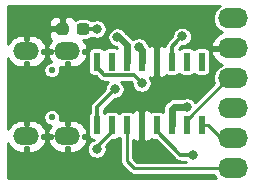
<source format=gbr>
G04 #@! TF.GenerationSoftware,KiCad,Pcbnew,5.1.4+dfsg1-1*
G04 #@! TF.CreationDate,2019-12-13T05:22:48-08:00*
G04 #@! TF.ProjectId,pmod-ftdi,706d6f64-2d66-4746-9469-2e6b69636164,rev?*
G04 #@! TF.SameCoordinates,PX5b906e0PY4a1f960*
G04 #@! TF.FileFunction,Copper,L2,Bot*
G04 #@! TF.FilePolarity,Positive*
%FSLAX46Y46*%
G04 Gerber Fmt 4.6, Leading zero omitted, Abs format (unit mm)*
G04 Created by KiCad (PCBNEW 5.1.4+dfsg1-1) date 2019-12-13 05:22:48*
%MOMM*%
%LPD*%
G04 APERTURE LIST*
%ADD10R,0.600000X1.550000*%
%ADD11C,0.100000*%
%ADD12C,0.950000*%
%ADD13O,2.540000X1.700000*%
%ADD14C,0.550000*%
%ADD15O,2.200000X1.500000*%
%ADD16C,0.800000*%
%ADD17C,0.609600*%
%ADD18C,0.304800*%
%ADD19C,0.250000*%
%ADD20C,0.254000*%
G04 APERTURE END LIST*
D10*
X17018000Y-5301000D03*
X15748000Y-5301000D03*
X14478000Y-5301000D03*
X13208000Y-5301000D03*
X11938000Y-5301000D03*
X10668000Y-5301000D03*
X9398000Y-5301000D03*
X8128000Y-5301000D03*
X8128000Y-10701000D03*
X9398000Y-10701000D03*
X10668000Y-10701000D03*
X11938000Y-10701000D03*
X13208000Y-10701000D03*
X14478000Y-10701000D03*
X15748000Y-10701000D03*
X17018000Y-10701000D03*
D11*
G36*
X7281779Y-2066144D02*
G01*
X7304834Y-2069563D01*
X7327443Y-2075227D01*
X7349387Y-2083079D01*
X7370457Y-2093044D01*
X7390448Y-2105026D01*
X7409168Y-2118910D01*
X7426438Y-2134562D01*
X7442090Y-2151832D01*
X7455974Y-2170552D01*
X7467956Y-2190543D01*
X7477921Y-2211613D01*
X7485773Y-2233557D01*
X7491437Y-2256166D01*
X7494856Y-2279221D01*
X7496000Y-2302500D01*
X7496000Y-2777500D01*
X7494856Y-2800779D01*
X7491437Y-2823834D01*
X7485773Y-2846443D01*
X7477921Y-2868387D01*
X7467956Y-2889457D01*
X7455974Y-2909448D01*
X7442090Y-2928168D01*
X7426438Y-2945438D01*
X7409168Y-2961090D01*
X7390448Y-2974974D01*
X7370457Y-2986956D01*
X7349387Y-2996921D01*
X7327443Y-3004773D01*
X7304834Y-3010437D01*
X7281779Y-3013856D01*
X7258500Y-3015000D01*
X6683500Y-3015000D01*
X6660221Y-3013856D01*
X6637166Y-3010437D01*
X6614557Y-3004773D01*
X6592613Y-2996921D01*
X6571543Y-2986956D01*
X6551552Y-2974974D01*
X6532832Y-2961090D01*
X6515562Y-2945438D01*
X6499910Y-2928168D01*
X6486026Y-2909448D01*
X6474044Y-2889457D01*
X6464079Y-2868387D01*
X6456227Y-2846443D01*
X6450563Y-2823834D01*
X6447144Y-2800779D01*
X6446000Y-2777500D01*
X6446000Y-2302500D01*
X6447144Y-2279221D01*
X6450563Y-2256166D01*
X6456227Y-2233557D01*
X6464079Y-2211613D01*
X6474044Y-2190543D01*
X6486026Y-2170552D01*
X6499910Y-2151832D01*
X6515562Y-2134562D01*
X6532832Y-2118910D01*
X6551552Y-2105026D01*
X6571543Y-2093044D01*
X6592613Y-2083079D01*
X6614557Y-2075227D01*
X6637166Y-2069563D01*
X6660221Y-2066144D01*
X6683500Y-2065000D01*
X7258500Y-2065000D01*
X7281779Y-2066144D01*
X7281779Y-2066144D01*
G37*
D12*
X6971000Y-2540000D03*
D11*
G36*
X5531779Y-2066144D02*
G01*
X5554834Y-2069563D01*
X5577443Y-2075227D01*
X5599387Y-2083079D01*
X5620457Y-2093044D01*
X5640448Y-2105026D01*
X5659168Y-2118910D01*
X5676438Y-2134562D01*
X5692090Y-2151832D01*
X5705974Y-2170552D01*
X5717956Y-2190543D01*
X5727921Y-2211613D01*
X5735773Y-2233557D01*
X5741437Y-2256166D01*
X5744856Y-2279221D01*
X5746000Y-2302500D01*
X5746000Y-2777500D01*
X5744856Y-2800779D01*
X5741437Y-2823834D01*
X5735773Y-2846443D01*
X5727921Y-2868387D01*
X5717956Y-2889457D01*
X5705974Y-2909448D01*
X5692090Y-2928168D01*
X5676438Y-2945438D01*
X5659168Y-2961090D01*
X5640448Y-2974974D01*
X5620457Y-2986956D01*
X5599387Y-2996921D01*
X5577443Y-3004773D01*
X5554834Y-3010437D01*
X5531779Y-3013856D01*
X5508500Y-3015000D01*
X4933500Y-3015000D01*
X4910221Y-3013856D01*
X4887166Y-3010437D01*
X4864557Y-3004773D01*
X4842613Y-2996921D01*
X4821543Y-2986956D01*
X4801552Y-2974974D01*
X4782832Y-2961090D01*
X4765562Y-2945438D01*
X4749910Y-2928168D01*
X4736026Y-2909448D01*
X4724044Y-2889457D01*
X4714079Y-2868387D01*
X4706227Y-2846443D01*
X4700563Y-2823834D01*
X4697144Y-2800779D01*
X4696000Y-2777500D01*
X4696000Y-2302500D01*
X4697144Y-2279221D01*
X4700563Y-2256166D01*
X4706227Y-2233557D01*
X4714079Y-2211613D01*
X4724044Y-2190543D01*
X4736026Y-2170552D01*
X4749910Y-2151832D01*
X4765562Y-2134562D01*
X4782832Y-2118910D01*
X4801552Y-2105026D01*
X4821543Y-2093044D01*
X4842613Y-2083079D01*
X4864557Y-2075227D01*
X4887166Y-2069563D01*
X4910221Y-2066144D01*
X4933500Y-2065000D01*
X5508500Y-2065000D01*
X5531779Y-2066144D01*
X5531779Y-2066144D01*
G37*
D12*
X5221000Y-2540000D03*
D13*
X19666000Y-1651000D03*
X19666000Y-4191000D03*
X19666000Y-6731000D03*
X19666000Y-9271000D03*
X19666000Y-11811000D03*
X19666000Y-14351000D03*
D14*
X4328000Y-6016000D03*
X4328000Y-10016000D03*
D15*
X5648000Y-4416000D03*
X2178000Y-4416000D03*
X5648000Y-11616000D03*
X2178000Y-11616000D03*
D16*
X17145000Y-2730500D03*
X8001000Y-1016000D03*
X1016000Y-8001000D03*
X11684000Y-4064000D03*
X15748000Y-9144000D03*
X9872893Y-3234713D03*
X11938000Y-7112000D03*
X9652000Y-7620000D03*
X8128000Y-2540000D03*
X15362202Y-3170202D03*
X8128000Y-12700000D03*
X16288010Y-13175990D03*
D17*
X11938000Y-4318000D02*
X11684000Y-4064000D01*
X11938000Y-5301000D02*
X11938000Y-4318000D01*
X14478000Y-9316400D02*
X14478000Y-10701000D01*
X14650400Y-9144000D02*
X14478000Y-9316400D01*
X15748000Y-9144000D02*
X14650400Y-9144000D01*
X10668000Y-5301000D02*
X10668000Y-3916400D01*
X9986313Y-3234713D02*
X9872893Y-3234713D01*
X10668000Y-3916400D02*
X9986313Y-3234713D01*
D18*
X8128000Y-5776000D02*
X8128000Y-5301000D01*
X8780401Y-6428401D02*
X8128000Y-5776000D01*
X11254401Y-6428401D02*
X8780401Y-6428401D01*
X11938000Y-7112000D02*
X11254401Y-6428401D01*
X8128000Y-9144000D02*
X8128000Y-10701000D01*
X9652000Y-7620000D02*
X8128000Y-9144000D01*
X8128000Y-2540000D02*
X6971000Y-2540000D01*
X14478000Y-5301000D02*
X14478000Y-4054404D01*
X14962203Y-3570201D02*
X15362202Y-3170202D01*
X14478000Y-4054404D02*
X14962203Y-3570201D01*
D19*
X9398000Y-10701000D02*
X9398000Y-11176000D01*
X8128000Y-12446000D02*
X8128000Y-12700000D01*
X9398000Y-11176000D02*
X8128000Y-12446000D01*
X15748000Y-10226000D02*
X15748000Y-10701000D01*
X19243000Y-6731000D02*
X15748000Y-10226000D01*
X20066000Y-6731000D02*
X19243000Y-6731000D01*
D18*
X13208000Y-11176000D02*
X13208000Y-10701000D01*
X15207990Y-13175990D02*
X13208000Y-11176000D01*
X16288010Y-13175990D02*
X15207990Y-13175990D01*
D19*
X18678000Y-11811000D02*
X20066000Y-11811000D01*
X17568000Y-10701000D02*
X18678000Y-11811000D01*
X17018000Y-10701000D02*
X17568000Y-10701000D01*
X10668000Y-10701000D02*
X10668000Y-13716000D01*
X11303000Y-14351000D02*
X20066000Y-14351000D01*
X10668000Y-13716000D02*
X11303000Y-14351000D01*
D20*
G36*
X18335245Y-740245D02*
G01*
X18175065Y-935424D01*
X18056041Y-1158103D01*
X17982747Y-1399723D01*
X17957998Y-1651000D01*
X17982747Y-1902277D01*
X18056041Y-2143897D01*
X18175065Y-2366576D01*
X18335245Y-2561755D01*
X18530424Y-2721935D01*
X18699277Y-2812189D01*
X18560382Y-2867639D01*
X18315381Y-3026824D01*
X18106143Y-3230748D01*
X17940709Y-3471574D01*
X17825437Y-3740047D01*
X17804524Y-3834110D01*
X17925845Y-4064000D01*
X19539000Y-4064000D01*
X19539000Y-4044000D01*
X19793000Y-4044000D01*
X19793000Y-4064000D01*
X19813000Y-4064000D01*
X19813000Y-4318000D01*
X19793000Y-4318000D01*
X19793000Y-4338000D01*
X19539000Y-4338000D01*
X19539000Y-4318000D01*
X17925845Y-4318000D01*
X17804524Y-4547890D01*
X17825437Y-4641953D01*
X17940709Y-4910426D01*
X18106143Y-5151252D01*
X18315381Y-5355176D01*
X18560382Y-5514361D01*
X18699277Y-5569811D01*
X18530424Y-5660065D01*
X18335245Y-5820245D01*
X18175065Y-6015424D01*
X18056041Y-6238103D01*
X17982747Y-6479723D01*
X17957998Y-6731000D01*
X17982747Y-6982277D01*
X18034309Y-7152257D01*
X16465681Y-8720885D01*
X16394101Y-8613758D01*
X16278242Y-8497899D01*
X16142005Y-8406868D01*
X15990627Y-8344165D01*
X15829925Y-8312200D01*
X15666075Y-8312200D01*
X15505373Y-8344165D01*
X15353995Y-8406868D01*
X15353199Y-8407400D01*
X14686575Y-8407400D01*
X14650399Y-8403837D01*
X14614223Y-8407400D01*
X14614214Y-8407400D01*
X14506001Y-8418058D01*
X14367151Y-8460178D01*
X14239187Y-8528576D01*
X14127025Y-8620625D01*
X14103951Y-8648741D01*
X13982734Y-8769958D01*
X13954625Y-8793026D01*
X13931559Y-8821132D01*
X13931558Y-8821133D01*
X13899043Y-8860753D01*
X13862576Y-8905188D01*
X13794178Y-9033152D01*
X13752058Y-9172002D01*
X13742308Y-9271000D01*
X13737836Y-9316400D01*
X13741400Y-9352584D01*
X13741400Y-9561142D01*
X13674042Y-9525139D01*
X13592648Y-9500448D01*
X13508000Y-9492111D01*
X12908000Y-9492111D01*
X12823352Y-9500448D01*
X12741958Y-9525139D01*
X12733983Y-9529402D01*
X12689185Y-9474815D01*
X12592494Y-9395463D01*
X12482180Y-9336498D01*
X12362482Y-9300188D01*
X12238000Y-9287928D01*
X12223750Y-9291000D01*
X12065000Y-9449750D01*
X12065000Y-10574000D01*
X12085000Y-10574000D01*
X12085000Y-10828000D01*
X12065000Y-10828000D01*
X12065000Y-11952250D01*
X12223750Y-12111000D01*
X12238000Y-12114072D01*
X12362482Y-12101812D01*
X12482180Y-12065502D01*
X12592494Y-12006537D01*
X12689185Y-11927185D01*
X12733983Y-11872598D01*
X12741958Y-11876861D01*
X12823352Y-11901552D01*
X12908000Y-11909889D01*
X13115706Y-11909889D01*
X14774612Y-13568796D01*
X14792900Y-13591080D01*
X14815184Y-13609368D01*
X14815186Y-13609370D01*
X14835177Y-13625775D01*
X14881856Y-13664084D01*
X14978984Y-13716000D01*
X14983345Y-13718331D01*
X15093466Y-13751736D01*
X15103341Y-13752709D01*
X15179298Y-13760190D01*
X15179306Y-13760190D01*
X15207990Y-13763015D01*
X15236674Y-13760190D01*
X15695867Y-13760190D01*
X15729877Y-13794200D01*
X11533634Y-13794200D01*
X11224800Y-13485367D01*
X11224800Y-11958358D01*
X11283506Y-12006537D01*
X11393820Y-12065502D01*
X11513518Y-12101812D01*
X11638000Y-12114072D01*
X11652250Y-12111000D01*
X11811000Y-11952250D01*
X11811000Y-10828000D01*
X11791000Y-10828000D01*
X11791000Y-10574000D01*
X11811000Y-10574000D01*
X11811000Y-9449750D01*
X11652250Y-9291000D01*
X11638000Y-9287928D01*
X11513518Y-9300188D01*
X11393820Y-9336498D01*
X11283506Y-9395463D01*
X11186815Y-9474815D01*
X11142017Y-9529402D01*
X11134042Y-9525139D01*
X11052648Y-9500448D01*
X10968000Y-9492111D01*
X10368000Y-9492111D01*
X10283352Y-9500448D01*
X10201958Y-9525139D01*
X10126944Y-9565234D01*
X10061194Y-9619194D01*
X10033000Y-9653548D01*
X10004806Y-9619194D01*
X9939056Y-9565234D01*
X9864042Y-9525139D01*
X9782648Y-9500448D01*
X9698000Y-9492111D01*
X9098000Y-9492111D01*
X9013352Y-9500448D01*
X8931958Y-9525139D01*
X8856944Y-9565234D01*
X8791194Y-9619194D01*
X8763000Y-9653548D01*
X8734806Y-9619194D01*
X8712200Y-9600642D01*
X8712200Y-9385983D01*
X9646383Y-8451800D01*
X9733925Y-8451800D01*
X9894627Y-8419835D01*
X10046005Y-8357132D01*
X10182242Y-8266101D01*
X10298101Y-8150242D01*
X10389132Y-8014005D01*
X10451835Y-7862627D01*
X10483800Y-7701925D01*
X10483800Y-7538075D01*
X10451835Y-7377373D01*
X10389132Y-7225995D01*
X10298101Y-7089758D01*
X10220944Y-7012601D01*
X11012418Y-7012601D01*
X11106200Y-7106383D01*
X11106200Y-7193925D01*
X11138165Y-7354627D01*
X11200868Y-7506005D01*
X11291899Y-7642242D01*
X11407758Y-7758101D01*
X11543995Y-7849132D01*
X11695373Y-7911835D01*
X11856075Y-7943800D01*
X12019925Y-7943800D01*
X12180627Y-7911835D01*
X12332005Y-7849132D01*
X12468242Y-7758101D01*
X12584101Y-7642242D01*
X12675132Y-7506005D01*
X12737835Y-7354627D01*
X12769800Y-7193925D01*
X12769800Y-7030075D01*
X12737835Y-6869373D01*
X12675132Y-6717995D01*
X12626855Y-6645743D01*
X12663820Y-6665502D01*
X12783518Y-6701812D01*
X12908000Y-6714072D01*
X12922250Y-6711000D01*
X13081000Y-6552250D01*
X13081000Y-5428000D01*
X13061000Y-5428000D01*
X13061000Y-5174000D01*
X13081000Y-5174000D01*
X13081000Y-4049750D01*
X13335000Y-4049750D01*
X13335000Y-5174000D01*
X13355000Y-5174000D01*
X13355000Y-5428000D01*
X13335000Y-5428000D01*
X13335000Y-6552250D01*
X13493750Y-6711000D01*
X13508000Y-6714072D01*
X13632482Y-6701812D01*
X13752180Y-6665502D01*
X13862494Y-6606537D01*
X13959185Y-6527185D01*
X14003983Y-6472598D01*
X14011958Y-6476861D01*
X14093352Y-6501552D01*
X14178000Y-6509889D01*
X14778000Y-6509889D01*
X14862648Y-6501552D01*
X14944042Y-6476861D01*
X15019056Y-6436766D01*
X15084806Y-6382806D01*
X15113000Y-6348452D01*
X15141194Y-6382806D01*
X15206944Y-6436766D01*
X15281958Y-6476861D01*
X15363352Y-6501552D01*
X15448000Y-6509889D01*
X16048000Y-6509889D01*
X16132648Y-6501552D01*
X16214042Y-6476861D01*
X16289056Y-6436766D01*
X16354806Y-6382806D01*
X16383000Y-6348452D01*
X16411194Y-6382806D01*
X16476944Y-6436766D01*
X16551958Y-6476861D01*
X16633352Y-6501552D01*
X16718000Y-6509889D01*
X17318000Y-6509889D01*
X17402648Y-6501552D01*
X17484042Y-6476861D01*
X17559056Y-6436766D01*
X17624806Y-6382806D01*
X17678766Y-6317056D01*
X17718861Y-6242042D01*
X17743552Y-6160648D01*
X17751889Y-6076000D01*
X17751889Y-4526000D01*
X17743552Y-4441352D01*
X17718861Y-4359958D01*
X17678766Y-4284944D01*
X17624806Y-4219194D01*
X17559056Y-4165234D01*
X17484042Y-4125139D01*
X17402648Y-4100448D01*
X17318000Y-4092111D01*
X16718000Y-4092111D01*
X16633352Y-4100448D01*
X16551958Y-4125139D01*
X16476944Y-4165234D01*
X16411194Y-4219194D01*
X16383000Y-4253548D01*
X16354806Y-4219194D01*
X16289056Y-4165234D01*
X16214042Y-4125139D01*
X16132648Y-4100448D01*
X16048000Y-4092111D01*
X15448000Y-4092111D01*
X15363352Y-4100448D01*
X15281958Y-4125139D01*
X15206944Y-4165234D01*
X15141194Y-4219194D01*
X15113000Y-4253548D01*
X15109411Y-4249176D01*
X15356585Y-4002002D01*
X15444127Y-4002002D01*
X15604829Y-3970037D01*
X15756207Y-3907334D01*
X15892444Y-3816303D01*
X16008303Y-3700444D01*
X16099334Y-3564207D01*
X16162037Y-3412829D01*
X16194002Y-3252127D01*
X16194002Y-3088277D01*
X16162037Y-2927575D01*
X16099334Y-2776197D01*
X16008303Y-2639960D01*
X15892444Y-2524101D01*
X15756207Y-2433070D01*
X15604829Y-2370367D01*
X15444127Y-2338402D01*
X15280277Y-2338402D01*
X15119575Y-2370367D01*
X14968197Y-2433070D01*
X14831960Y-2524101D01*
X14716101Y-2639960D01*
X14625070Y-2776197D01*
X14562367Y-2927575D01*
X14530402Y-3088277D01*
X14530402Y-3175819D01*
X14085195Y-3621026D01*
X14062911Y-3639314D01*
X14044623Y-3661598D01*
X14044620Y-3661601D01*
X14023061Y-3687871D01*
X13989907Y-3728270D01*
X13967239Y-3770679D01*
X13935659Y-3829760D01*
X13902254Y-3939881D01*
X13894216Y-4021496D01*
X13862494Y-3995463D01*
X13752180Y-3936498D01*
X13632482Y-3900188D01*
X13508000Y-3887928D01*
X13493750Y-3891000D01*
X13335000Y-4049750D01*
X13081000Y-4049750D01*
X12922250Y-3891000D01*
X12908000Y-3887928D01*
X12783518Y-3900188D01*
X12663820Y-3936498D01*
X12590308Y-3975792D01*
X12553424Y-3906787D01*
X12483998Y-3822191D01*
X12483835Y-3821373D01*
X12421132Y-3669995D01*
X12330101Y-3533758D01*
X12214242Y-3417899D01*
X12078005Y-3326868D01*
X11926627Y-3264165D01*
X11765925Y-3232200D01*
X11602075Y-3232200D01*
X11441373Y-3264165D01*
X11289995Y-3326868D01*
X11191200Y-3392881D01*
X11163269Y-3369959D01*
X10561712Y-2768403D01*
X10518994Y-2704471D01*
X10403135Y-2588612D01*
X10266898Y-2497581D01*
X10115520Y-2434878D01*
X9954818Y-2402913D01*
X9790968Y-2402913D01*
X9630266Y-2434878D01*
X9478888Y-2497581D01*
X9342651Y-2588612D01*
X9226792Y-2704471D01*
X9135761Y-2840708D01*
X9073058Y-2992086D01*
X9041093Y-3152788D01*
X9041093Y-3316638D01*
X9073058Y-3477340D01*
X9135761Y-3628718D01*
X9226792Y-3764955D01*
X9342651Y-3880814D01*
X9478888Y-3971845D01*
X9630266Y-4034548D01*
X9772787Y-4062897D01*
X9822396Y-4112506D01*
X9782648Y-4100448D01*
X9698000Y-4092111D01*
X9098000Y-4092111D01*
X9013352Y-4100448D01*
X8931958Y-4125139D01*
X8856944Y-4165234D01*
X8791194Y-4219194D01*
X8763000Y-4253548D01*
X8734806Y-4219194D01*
X8669056Y-4165234D01*
X8594042Y-4125139D01*
X8512648Y-4100448D01*
X8428000Y-4092111D01*
X7828000Y-4092111D01*
X7743352Y-4100448D01*
X7661958Y-4125139D01*
X7586944Y-4165234D01*
X7521194Y-4219194D01*
X7467234Y-4284944D01*
X7427139Y-4359958D01*
X7402448Y-4441352D01*
X7394111Y-4526000D01*
X7394111Y-6076000D01*
X7402448Y-6160648D01*
X7427139Y-6242042D01*
X7467234Y-6317056D01*
X7521194Y-6382806D01*
X7586944Y-6436766D01*
X7661958Y-6476861D01*
X7743352Y-6501552D01*
X7828000Y-6509889D01*
X8035706Y-6509889D01*
X8347019Y-6821202D01*
X8365311Y-6843491D01*
X8454267Y-6916495D01*
X8555756Y-6970742D01*
X8665878Y-7004147D01*
X8751709Y-7012601D01*
X8751718Y-7012601D01*
X8780400Y-7015426D01*
X8809082Y-7012601D01*
X9083056Y-7012601D01*
X9005899Y-7089758D01*
X8914868Y-7225995D01*
X8852165Y-7377373D01*
X8820200Y-7538075D01*
X8820200Y-7625617D01*
X7735199Y-8710618D01*
X7712910Y-8728910D01*
X7639906Y-8817867D01*
X7585659Y-8919356D01*
X7552254Y-9029478D01*
X7543800Y-9115309D01*
X7543800Y-9115316D01*
X7540975Y-9144000D01*
X7543800Y-9172684D01*
X7543800Y-9600641D01*
X7521194Y-9619194D01*
X7467234Y-9684944D01*
X7427139Y-9759958D01*
X7402448Y-9841352D01*
X7394111Y-9926000D01*
X7394111Y-11476000D01*
X7402448Y-11560648D01*
X7427139Y-11642042D01*
X7467234Y-11717056D01*
X7521194Y-11782806D01*
X7586944Y-11836766D01*
X7661958Y-11876861D01*
X7743352Y-11901552D01*
X7828000Y-11909889D01*
X7861897Y-11909889D01*
X7733995Y-11962868D01*
X7597758Y-12053899D01*
X7481899Y-12169758D01*
X7390868Y-12305995D01*
X7328165Y-12457373D01*
X7296200Y-12618075D01*
X7296200Y-12781925D01*
X7328165Y-12942627D01*
X7390868Y-13094005D01*
X7481899Y-13230242D01*
X7597758Y-13346101D01*
X7733995Y-13437132D01*
X7885373Y-13499835D01*
X8046075Y-13531800D01*
X8209925Y-13531800D01*
X8370627Y-13499835D01*
X8522005Y-13437132D01*
X8658242Y-13346101D01*
X8774101Y-13230242D01*
X8865132Y-13094005D01*
X8927835Y-12942627D01*
X8959800Y-12781925D01*
X8959800Y-12618075D01*
X8927835Y-12457373D01*
X8920872Y-12440562D01*
X9451545Y-11909889D01*
X9698000Y-11909889D01*
X9782648Y-11901552D01*
X9864042Y-11876861D01*
X9939056Y-11836766D01*
X10004806Y-11782806D01*
X10033000Y-11748452D01*
X10061194Y-11782806D01*
X10111200Y-11823845D01*
X10111201Y-13688646D01*
X10108507Y-13716000D01*
X10119257Y-13825151D01*
X10151096Y-13930109D01*
X10192618Y-14007790D01*
X10202799Y-14026838D01*
X10272379Y-14111622D01*
X10293625Y-14129058D01*
X10889942Y-14725375D01*
X10907378Y-14746622D01*
X10928623Y-14764057D01*
X10992162Y-14816202D01*
X11088891Y-14867905D01*
X11193848Y-14899743D01*
X11303000Y-14910494D01*
X11330351Y-14907800D01*
X18090198Y-14907800D01*
X18175065Y-15066576D01*
X18256825Y-15166200D01*
X581800Y-15166200D01*
X581800Y-12222875D01*
X605858Y-12279868D01*
X758855Y-12505540D01*
X952939Y-12697028D01*
X1180651Y-12846972D01*
X1433240Y-12949611D01*
X1701000Y-13001000D01*
X2051000Y-13001000D01*
X2051000Y-12547800D01*
X2305000Y-12547800D01*
X2305000Y-13001000D01*
X2655000Y-13001000D01*
X2922760Y-12949611D01*
X3175349Y-12846972D01*
X3403061Y-12697028D01*
X3597145Y-12505540D01*
X3750142Y-12279868D01*
X3856173Y-12028684D01*
X3870318Y-11957185D01*
X3747656Y-11743000D01*
X3480149Y-11743000D01*
X3480527Y-11739148D01*
X3487602Y-11661403D01*
X3487265Y-11613201D01*
X3487601Y-11565009D01*
X3486877Y-11557620D01*
X3479665Y-11489000D01*
X3747656Y-11489000D01*
X3870318Y-11274815D01*
X3856173Y-11203316D01*
X3750142Y-10952132D01*
X3597145Y-10726460D01*
X3403061Y-10534972D01*
X3175349Y-10385028D01*
X2922760Y-10282389D01*
X2655000Y-10231000D01*
X2305000Y-10231000D01*
X2305000Y-10684200D01*
X2051000Y-10684200D01*
X2051000Y-10231000D01*
X1701000Y-10231000D01*
X1433240Y-10282389D01*
X1180651Y-10385028D01*
X952939Y-10534972D01*
X758855Y-10726460D01*
X605858Y-10952132D01*
X581800Y-11009125D01*
X581800Y-9946386D01*
X3621200Y-9946386D01*
X3621200Y-10085614D01*
X3648362Y-10222166D01*
X3701642Y-10350795D01*
X3778993Y-10466559D01*
X3877441Y-10565007D01*
X3993205Y-10642358D01*
X4121834Y-10695638D01*
X4236897Y-10718526D01*
X4228855Y-10726460D01*
X4075858Y-10952132D01*
X3969827Y-11203316D01*
X3955682Y-11274815D01*
X4078344Y-11489000D01*
X4345851Y-11489000D01*
X4345473Y-11492852D01*
X4338398Y-11570598D01*
X4338735Y-11618800D01*
X4338399Y-11666991D01*
X4339123Y-11674381D01*
X4346335Y-11743000D01*
X4078344Y-11743000D01*
X3955682Y-11957185D01*
X3969827Y-12028684D01*
X4075858Y-12279868D01*
X4228855Y-12505540D01*
X4422939Y-12697028D01*
X4650651Y-12846972D01*
X4903240Y-12949611D01*
X5171000Y-13001000D01*
X5521000Y-13001000D01*
X5521000Y-12547800D01*
X5775000Y-12547800D01*
X5775000Y-13001000D01*
X6125000Y-13001000D01*
X6392760Y-12949611D01*
X6645349Y-12846972D01*
X6873061Y-12697028D01*
X7067145Y-12505540D01*
X7220142Y-12279868D01*
X7326173Y-12028684D01*
X7340318Y-11957185D01*
X7217656Y-11743000D01*
X6950149Y-11743000D01*
X6950527Y-11739148D01*
X6957602Y-11661403D01*
X6957265Y-11613201D01*
X6957601Y-11565009D01*
X6956877Y-11557620D01*
X6949665Y-11489000D01*
X7217656Y-11489000D01*
X7340318Y-11274815D01*
X7326173Y-11203316D01*
X7220142Y-10952132D01*
X7067145Y-10726460D01*
X6873061Y-10534972D01*
X6645349Y-10385028D01*
X6392760Y-10282389D01*
X6125000Y-10231000D01*
X5775000Y-10231000D01*
X5775000Y-10684200D01*
X5521000Y-10684200D01*
X5521000Y-10231000D01*
X5171000Y-10231000D01*
X4989554Y-10265823D01*
X5007638Y-10222166D01*
X5034800Y-10085614D01*
X5034800Y-9946386D01*
X5007638Y-9809834D01*
X4954358Y-9681205D01*
X4877007Y-9565441D01*
X4778559Y-9466993D01*
X4662795Y-9389642D01*
X4534166Y-9336362D01*
X4397614Y-9309200D01*
X4258386Y-9309200D01*
X4121834Y-9336362D01*
X3993205Y-9389642D01*
X3877441Y-9466993D01*
X3778993Y-9565441D01*
X3701642Y-9681205D01*
X3648362Y-9809834D01*
X3621200Y-9946386D01*
X581800Y-9946386D01*
X581800Y-5946386D01*
X3621200Y-5946386D01*
X3621200Y-6085614D01*
X3648362Y-6222166D01*
X3701642Y-6350795D01*
X3778993Y-6466559D01*
X3877441Y-6565007D01*
X3993205Y-6642358D01*
X4121834Y-6695638D01*
X4258386Y-6722800D01*
X4397614Y-6722800D01*
X4534166Y-6695638D01*
X4662795Y-6642358D01*
X4778559Y-6565007D01*
X4877007Y-6466559D01*
X4954358Y-6350795D01*
X5007638Y-6222166D01*
X5034800Y-6085614D01*
X5034800Y-5946386D01*
X5007638Y-5809834D01*
X4989554Y-5766177D01*
X5171000Y-5801000D01*
X5521000Y-5801000D01*
X5521000Y-5347800D01*
X5775000Y-5347800D01*
X5775000Y-5801000D01*
X6125000Y-5801000D01*
X6392760Y-5749611D01*
X6645349Y-5646972D01*
X6873061Y-5497028D01*
X7067145Y-5305540D01*
X7220142Y-5079868D01*
X7326173Y-4828684D01*
X7340318Y-4757185D01*
X7217656Y-4543000D01*
X6950149Y-4543000D01*
X6950527Y-4539148D01*
X6957602Y-4461403D01*
X6957265Y-4413201D01*
X6957601Y-4365009D01*
X6956877Y-4357620D01*
X6949665Y-4289000D01*
X7217656Y-4289000D01*
X7340318Y-4074815D01*
X7326173Y-4003316D01*
X7220142Y-3752132D01*
X7067145Y-3526460D01*
X6988522Y-3448889D01*
X7258500Y-3448889D01*
X7389481Y-3435988D01*
X7515429Y-3397783D01*
X7631504Y-3335740D01*
X7716865Y-3265686D01*
X7733995Y-3277132D01*
X7885373Y-3339835D01*
X8046075Y-3371800D01*
X8209925Y-3371800D01*
X8370627Y-3339835D01*
X8522005Y-3277132D01*
X8658242Y-3186101D01*
X8774101Y-3070242D01*
X8865132Y-2934005D01*
X8927835Y-2782627D01*
X8959800Y-2621925D01*
X8959800Y-2458075D01*
X8927835Y-2297373D01*
X8865132Y-2145995D01*
X8774101Y-2009758D01*
X8658242Y-1893899D01*
X8522005Y-1802868D01*
X8370627Y-1740165D01*
X8209925Y-1708200D01*
X8046075Y-1708200D01*
X7885373Y-1740165D01*
X7733995Y-1802868D01*
X7716865Y-1814314D01*
X7631504Y-1744260D01*
X7515429Y-1682217D01*
X7389481Y-1644012D01*
X7258500Y-1631111D01*
X6683500Y-1631111D01*
X6552519Y-1644012D01*
X6426571Y-1682217D01*
X6310496Y-1744260D01*
X6299432Y-1753340D01*
X6276537Y-1710506D01*
X6197185Y-1613815D01*
X6100494Y-1534463D01*
X5990180Y-1475498D01*
X5870482Y-1439188D01*
X5746000Y-1426928D01*
X5506750Y-1430000D01*
X5348000Y-1588750D01*
X5348000Y-2413000D01*
X5368000Y-2413000D01*
X5368000Y-2667000D01*
X5348000Y-2667000D01*
X5348000Y-2687000D01*
X5094000Y-2687000D01*
X5094000Y-2667000D01*
X4219750Y-2667000D01*
X4061000Y-2825750D01*
X4057928Y-3015000D01*
X4070188Y-3139482D01*
X4106498Y-3259180D01*
X4165463Y-3369494D01*
X4244815Y-3466185D01*
X4269453Y-3486405D01*
X4228855Y-3526460D01*
X4075858Y-3752132D01*
X3969827Y-4003316D01*
X3955682Y-4074815D01*
X4078344Y-4289000D01*
X4345851Y-4289000D01*
X4345473Y-4292852D01*
X4338398Y-4370598D01*
X4338735Y-4418800D01*
X4338399Y-4466991D01*
X4339123Y-4474381D01*
X4346335Y-4543000D01*
X4078344Y-4543000D01*
X3955682Y-4757185D01*
X3969827Y-4828684D01*
X4075858Y-5079868D01*
X4228855Y-5305540D01*
X4236897Y-5313474D01*
X4121834Y-5336362D01*
X3993205Y-5389642D01*
X3877441Y-5466993D01*
X3778993Y-5565441D01*
X3701642Y-5681205D01*
X3648362Y-5809834D01*
X3621200Y-5946386D01*
X581800Y-5946386D01*
X581800Y-5022875D01*
X605858Y-5079868D01*
X758855Y-5305540D01*
X952939Y-5497028D01*
X1180651Y-5646972D01*
X1433240Y-5749611D01*
X1701000Y-5801000D01*
X2051000Y-5801000D01*
X2051000Y-5347800D01*
X2305000Y-5347800D01*
X2305000Y-5801000D01*
X2655000Y-5801000D01*
X2922760Y-5749611D01*
X3175349Y-5646972D01*
X3403061Y-5497028D01*
X3597145Y-5305540D01*
X3750142Y-5079868D01*
X3856173Y-4828684D01*
X3870318Y-4757185D01*
X3747656Y-4543000D01*
X3480149Y-4543000D01*
X3480527Y-4539148D01*
X3487602Y-4461403D01*
X3487265Y-4413201D01*
X3487601Y-4365009D01*
X3486877Y-4357620D01*
X3479665Y-4289000D01*
X3747656Y-4289000D01*
X3870318Y-4074815D01*
X3856173Y-4003316D01*
X3750142Y-3752132D01*
X3597145Y-3526460D01*
X3403061Y-3334972D01*
X3175349Y-3185028D01*
X2922760Y-3082389D01*
X2655000Y-3031000D01*
X2305000Y-3031000D01*
X2305000Y-3484200D01*
X2051000Y-3484200D01*
X2051000Y-3031000D01*
X1701000Y-3031000D01*
X1433240Y-3082389D01*
X1180651Y-3185028D01*
X952939Y-3334972D01*
X758855Y-3526460D01*
X605858Y-3752132D01*
X581800Y-3809125D01*
X581800Y-2065000D01*
X4057928Y-2065000D01*
X4061000Y-2254250D01*
X4219750Y-2413000D01*
X5094000Y-2413000D01*
X5094000Y-1588750D01*
X4935250Y-1430000D01*
X4696000Y-1426928D01*
X4571518Y-1439188D01*
X4451820Y-1475498D01*
X4341506Y-1534463D01*
X4244815Y-1613815D01*
X4165463Y-1710506D01*
X4106498Y-1820820D01*
X4070188Y-1940518D01*
X4057928Y-2065000D01*
X581800Y-2065000D01*
X581800Y-581800D01*
X18528310Y-581800D01*
X18335245Y-740245D01*
X18335245Y-740245D01*
G37*
X18335245Y-740245D02*
X18175065Y-935424D01*
X18056041Y-1158103D01*
X17982747Y-1399723D01*
X17957998Y-1651000D01*
X17982747Y-1902277D01*
X18056041Y-2143897D01*
X18175065Y-2366576D01*
X18335245Y-2561755D01*
X18530424Y-2721935D01*
X18699277Y-2812189D01*
X18560382Y-2867639D01*
X18315381Y-3026824D01*
X18106143Y-3230748D01*
X17940709Y-3471574D01*
X17825437Y-3740047D01*
X17804524Y-3834110D01*
X17925845Y-4064000D01*
X19539000Y-4064000D01*
X19539000Y-4044000D01*
X19793000Y-4044000D01*
X19793000Y-4064000D01*
X19813000Y-4064000D01*
X19813000Y-4318000D01*
X19793000Y-4318000D01*
X19793000Y-4338000D01*
X19539000Y-4338000D01*
X19539000Y-4318000D01*
X17925845Y-4318000D01*
X17804524Y-4547890D01*
X17825437Y-4641953D01*
X17940709Y-4910426D01*
X18106143Y-5151252D01*
X18315381Y-5355176D01*
X18560382Y-5514361D01*
X18699277Y-5569811D01*
X18530424Y-5660065D01*
X18335245Y-5820245D01*
X18175065Y-6015424D01*
X18056041Y-6238103D01*
X17982747Y-6479723D01*
X17957998Y-6731000D01*
X17982747Y-6982277D01*
X18034309Y-7152257D01*
X16465681Y-8720885D01*
X16394101Y-8613758D01*
X16278242Y-8497899D01*
X16142005Y-8406868D01*
X15990627Y-8344165D01*
X15829925Y-8312200D01*
X15666075Y-8312200D01*
X15505373Y-8344165D01*
X15353995Y-8406868D01*
X15353199Y-8407400D01*
X14686575Y-8407400D01*
X14650399Y-8403837D01*
X14614223Y-8407400D01*
X14614214Y-8407400D01*
X14506001Y-8418058D01*
X14367151Y-8460178D01*
X14239187Y-8528576D01*
X14127025Y-8620625D01*
X14103951Y-8648741D01*
X13982734Y-8769958D01*
X13954625Y-8793026D01*
X13931559Y-8821132D01*
X13931558Y-8821133D01*
X13899043Y-8860753D01*
X13862576Y-8905188D01*
X13794178Y-9033152D01*
X13752058Y-9172002D01*
X13742308Y-9271000D01*
X13737836Y-9316400D01*
X13741400Y-9352584D01*
X13741400Y-9561142D01*
X13674042Y-9525139D01*
X13592648Y-9500448D01*
X13508000Y-9492111D01*
X12908000Y-9492111D01*
X12823352Y-9500448D01*
X12741958Y-9525139D01*
X12733983Y-9529402D01*
X12689185Y-9474815D01*
X12592494Y-9395463D01*
X12482180Y-9336498D01*
X12362482Y-9300188D01*
X12238000Y-9287928D01*
X12223750Y-9291000D01*
X12065000Y-9449750D01*
X12065000Y-10574000D01*
X12085000Y-10574000D01*
X12085000Y-10828000D01*
X12065000Y-10828000D01*
X12065000Y-11952250D01*
X12223750Y-12111000D01*
X12238000Y-12114072D01*
X12362482Y-12101812D01*
X12482180Y-12065502D01*
X12592494Y-12006537D01*
X12689185Y-11927185D01*
X12733983Y-11872598D01*
X12741958Y-11876861D01*
X12823352Y-11901552D01*
X12908000Y-11909889D01*
X13115706Y-11909889D01*
X14774612Y-13568796D01*
X14792900Y-13591080D01*
X14815184Y-13609368D01*
X14815186Y-13609370D01*
X14835177Y-13625775D01*
X14881856Y-13664084D01*
X14978984Y-13716000D01*
X14983345Y-13718331D01*
X15093466Y-13751736D01*
X15103341Y-13752709D01*
X15179298Y-13760190D01*
X15179306Y-13760190D01*
X15207990Y-13763015D01*
X15236674Y-13760190D01*
X15695867Y-13760190D01*
X15729877Y-13794200D01*
X11533634Y-13794200D01*
X11224800Y-13485367D01*
X11224800Y-11958358D01*
X11283506Y-12006537D01*
X11393820Y-12065502D01*
X11513518Y-12101812D01*
X11638000Y-12114072D01*
X11652250Y-12111000D01*
X11811000Y-11952250D01*
X11811000Y-10828000D01*
X11791000Y-10828000D01*
X11791000Y-10574000D01*
X11811000Y-10574000D01*
X11811000Y-9449750D01*
X11652250Y-9291000D01*
X11638000Y-9287928D01*
X11513518Y-9300188D01*
X11393820Y-9336498D01*
X11283506Y-9395463D01*
X11186815Y-9474815D01*
X11142017Y-9529402D01*
X11134042Y-9525139D01*
X11052648Y-9500448D01*
X10968000Y-9492111D01*
X10368000Y-9492111D01*
X10283352Y-9500448D01*
X10201958Y-9525139D01*
X10126944Y-9565234D01*
X10061194Y-9619194D01*
X10033000Y-9653548D01*
X10004806Y-9619194D01*
X9939056Y-9565234D01*
X9864042Y-9525139D01*
X9782648Y-9500448D01*
X9698000Y-9492111D01*
X9098000Y-9492111D01*
X9013352Y-9500448D01*
X8931958Y-9525139D01*
X8856944Y-9565234D01*
X8791194Y-9619194D01*
X8763000Y-9653548D01*
X8734806Y-9619194D01*
X8712200Y-9600642D01*
X8712200Y-9385983D01*
X9646383Y-8451800D01*
X9733925Y-8451800D01*
X9894627Y-8419835D01*
X10046005Y-8357132D01*
X10182242Y-8266101D01*
X10298101Y-8150242D01*
X10389132Y-8014005D01*
X10451835Y-7862627D01*
X10483800Y-7701925D01*
X10483800Y-7538075D01*
X10451835Y-7377373D01*
X10389132Y-7225995D01*
X10298101Y-7089758D01*
X10220944Y-7012601D01*
X11012418Y-7012601D01*
X11106200Y-7106383D01*
X11106200Y-7193925D01*
X11138165Y-7354627D01*
X11200868Y-7506005D01*
X11291899Y-7642242D01*
X11407758Y-7758101D01*
X11543995Y-7849132D01*
X11695373Y-7911835D01*
X11856075Y-7943800D01*
X12019925Y-7943800D01*
X12180627Y-7911835D01*
X12332005Y-7849132D01*
X12468242Y-7758101D01*
X12584101Y-7642242D01*
X12675132Y-7506005D01*
X12737835Y-7354627D01*
X12769800Y-7193925D01*
X12769800Y-7030075D01*
X12737835Y-6869373D01*
X12675132Y-6717995D01*
X12626855Y-6645743D01*
X12663820Y-6665502D01*
X12783518Y-6701812D01*
X12908000Y-6714072D01*
X12922250Y-6711000D01*
X13081000Y-6552250D01*
X13081000Y-5428000D01*
X13061000Y-5428000D01*
X13061000Y-5174000D01*
X13081000Y-5174000D01*
X13081000Y-4049750D01*
X13335000Y-4049750D01*
X13335000Y-5174000D01*
X13355000Y-5174000D01*
X13355000Y-5428000D01*
X13335000Y-5428000D01*
X13335000Y-6552250D01*
X13493750Y-6711000D01*
X13508000Y-6714072D01*
X13632482Y-6701812D01*
X13752180Y-6665502D01*
X13862494Y-6606537D01*
X13959185Y-6527185D01*
X14003983Y-6472598D01*
X14011958Y-6476861D01*
X14093352Y-6501552D01*
X14178000Y-6509889D01*
X14778000Y-6509889D01*
X14862648Y-6501552D01*
X14944042Y-6476861D01*
X15019056Y-6436766D01*
X15084806Y-6382806D01*
X15113000Y-6348452D01*
X15141194Y-6382806D01*
X15206944Y-6436766D01*
X15281958Y-6476861D01*
X15363352Y-6501552D01*
X15448000Y-6509889D01*
X16048000Y-6509889D01*
X16132648Y-6501552D01*
X16214042Y-6476861D01*
X16289056Y-6436766D01*
X16354806Y-6382806D01*
X16383000Y-6348452D01*
X16411194Y-6382806D01*
X16476944Y-6436766D01*
X16551958Y-6476861D01*
X16633352Y-6501552D01*
X16718000Y-6509889D01*
X17318000Y-6509889D01*
X17402648Y-6501552D01*
X17484042Y-6476861D01*
X17559056Y-6436766D01*
X17624806Y-6382806D01*
X17678766Y-6317056D01*
X17718861Y-6242042D01*
X17743552Y-6160648D01*
X17751889Y-6076000D01*
X17751889Y-4526000D01*
X17743552Y-4441352D01*
X17718861Y-4359958D01*
X17678766Y-4284944D01*
X17624806Y-4219194D01*
X17559056Y-4165234D01*
X17484042Y-4125139D01*
X17402648Y-4100448D01*
X17318000Y-4092111D01*
X16718000Y-4092111D01*
X16633352Y-4100448D01*
X16551958Y-4125139D01*
X16476944Y-4165234D01*
X16411194Y-4219194D01*
X16383000Y-4253548D01*
X16354806Y-4219194D01*
X16289056Y-4165234D01*
X16214042Y-4125139D01*
X16132648Y-4100448D01*
X16048000Y-4092111D01*
X15448000Y-4092111D01*
X15363352Y-4100448D01*
X15281958Y-4125139D01*
X15206944Y-4165234D01*
X15141194Y-4219194D01*
X15113000Y-4253548D01*
X15109411Y-4249176D01*
X15356585Y-4002002D01*
X15444127Y-4002002D01*
X15604829Y-3970037D01*
X15756207Y-3907334D01*
X15892444Y-3816303D01*
X16008303Y-3700444D01*
X16099334Y-3564207D01*
X16162037Y-3412829D01*
X16194002Y-3252127D01*
X16194002Y-3088277D01*
X16162037Y-2927575D01*
X16099334Y-2776197D01*
X16008303Y-2639960D01*
X15892444Y-2524101D01*
X15756207Y-2433070D01*
X15604829Y-2370367D01*
X15444127Y-2338402D01*
X15280277Y-2338402D01*
X15119575Y-2370367D01*
X14968197Y-2433070D01*
X14831960Y-2524101D01*
X14716101Y-2639960D01*
X14625070Y-2776197D01*
X14562367Y-2927575D01*
X14530402Y-3088277D01*
X14530402Y-3175819D01*
X14085195Y-3621026D01*
X14062911Y-3639314D01*
X14044623Y-3661598D01*
X14044620Y-3661601D01*
X14023061Y-3687871D01*
X13989907Y-3728270D01*
X13967239Y-3770679D01*
X13935659Y-3829760D01*
X13902254Y-3939881D01*
X13894216Y-4021496D01*
X13862494Y-3995463D01*
X13752180Y-3936498D01*
X13632482Y-3900188D01*
X13508000Y-3887928D01*
X13493750Y-3891000D01*
X13335000Y-4049750D01*
X13081000Y-4049750D01*
X12922250Y-3891000D01*
X12908000Y-3887928D01*
X12783518Y-3900188D01*
X12663820Y-3936498D01*
X12590308Y-3975792D01*
X12553424Y-3906787D01*
X12483998Y-3822191D01*
X12483835Y-3821373D01*
X12421132Y-3669995D01*
X12330101Y-3533758D01*
X12214242Y-3417899D01*
X12078005Y-3326868D01*
X11926627Y-3264165D01*
X11765925Y-3232200D01*
X11602075Y-3232200D01*
X11441373Y-3264165D01*
X11289995Y-3326868D01*
X11191200Y-3392881D01*
X11163269Y-3369959D01*
X10561712Y-2768403D01*
X10518994Y-2704471D01*
X10403135Y-2588612D01*
X10266898Y-2497581D01*
X10115520Y-2434878D01*
X9954818Y-2402913D01*
X9790968Y-2402913D01*
X9630266Y-2434878D01*
X9478888Y-2497581D01*
X9342651Y-2588612D01*
X9226792Y-2704471D01*
X9135761Y-2840708D01*
X9073058Y-2992086D01*
X9041093Y-3152788D01*
X9041093Y-3316638D01*
X9073058Y-3477340D01*
X9135761Y-3628718D01*
X9226792Y-3764955D01*
X9342651Y-3880814D01*
X9478888Y-3971845D01*
X9630266Y-4034548D01*
X9772787Y-4062897D01*
X9822396Y-4112506D01*
X9782648Y-4100448D01*
X9698000Y-4092111D01*
X9098000Y-4092111D01*
X9013352Y-4100448D01*
X8931958Y-4125139D01*
X8856944Y-4165234D01*
X8791194Y-4219194D01*
X8763000Y-4253548D01*
X8734806Y-4219194D01*
X8669056Y-4165234D01*
X8594042Y-4125139D01*
X8512648Y-4100448D01*
X8428000Y-4092111D01*
X7828000Y-4092111D01*
X7743352Y-4100448D01*
X7661958Y-4125139D01*
X7586944Y-4165234D01*
X7521194Y-4219194D01*
X7467234Y-4284944D01*
X7427139Y-4359958D01*
X7402448Y-4441352D01*
X7394111Y-4526000D01*
X7394111Y-6076000D01*
X7402448Y-6160648D01*
X7427139Y-6242042D01*
X7467234Y-6317056D01*
X7521194Y-6382806D01*
X7586944Y-6436766D01*
X7661958Y-6476861D01*
X7743352Y-6501552D01*
X7828000Y-6509889D01*
X8035706Y-6509889D01*
X8347019Y-6821202D01*
X8365311Y-6843491D01*
X8454267Y-6916495D01*
X8555756Y-6970742D01*
X8665878Y-7004147D01*
X8751709Y-7012601D01*
X8751718Y-7012601D01*
X8780400Y-7015426D01*
X8809082Y-7012601D01*
X9083056Y-7012601D01*
X9005899Y-7089758D01*
X8914868Y-7225995D01*
X8852165Y-7377373D01*
X8820200Y-7538075D01*
X8820200Y-7625617D01*
X7735199Y-8710618D01*
X7712910Y-8728910D01*
X7639906Y-8817867D01*
X7585659Y-8919356D01*
X7552254Y-9029478D01*
X7543800Y-9115309D01*
X7543800Y-9115316D01*
X7540975Y-9144000D01*
X7543800Y-9172684D01*
X7543800Y-9600641D01*
X7521194Y-9619194D01*
X7467234Y-9684944D01*
X7427139Y-9759958D01*
X7402448Y-9841352D01*
X7394111Y-9926000D01*
X7394111Y-11476000D01*
X7402448Y-11560648D01*
X7427139Y-11642042D01*
X7467234Y-11717056D01*
X7521194Y-11782806D01*
X7586944Y-11836766D01*
X7661958Y-11876861D01*
X7743352Y-11901552D01*
X7828000Y-11909889D01*
X7861897Y-11909889D01*
X7733995Y-11962868D01*
X7597758Y-12053899D01*
X7481899Y-12169758D01*
X7390868Y-12305995D01*
X7328165Y-12457373D01*
X7296200Y-12618075D01*
X7296200Y-12781925D01*
X7328165Y-12942627D01*
X7390868Y-13094005D01*
X7481899Y-13230242D01*
X7597758Y-13346101D01*
X7733995Y-13437132D01*
X7885373Y-13499835D01*
X8046075Y-13531800D01*
X8209925Y-13531800D01*
X8370627Y-13499835D01*
X8522005Y-13437132D01*
X8658242Y-13346101D01*
X8774101Y-13230242D01*
X8865132Y-13094005D01*
X8927835Y-12942627D01*
X8959800Y-12781925D01*
X8959800Y-12618075D01*
X8927835Y-12457373D01*
X8920872Y-12440562D01*
X9451545Y-11909889D01*
X9698000Y-11909889D01*
X9782648Y-11901552D01*
X9864042Y-11876861D01*
X9939056Y-11836766D01*
X10004806Y-11782806D01*
X10033000Y-11748452D01*
X10061194Y-11782806D01*
X10111200Y-11823845D01*
X10111201Y-13688646D01*
X10108507Y-13716000D01*
X10119257Y-13825151D01*
X10151096Y-13930109D01*
X10192618Y-14007790D01*
X10202799Y-14026838D01*
X10272379Y-14111622D01*
X10293625Y-14129058D01*
X10889942Y-14725375D01*
X10907378Y-14746622D01*
X10928623Y-14764057D01*
X10992162Y-14816202D01*
X11088891Y-14867905D01*
X11193848Y-14899743D01*
X11303000Y-14910494D01*
X11330351Y-14907800D01*
X18090198Y-14907800D01*
X18175065Y-15066576D01*
X18256825Y-15166200D01*
X581800Y-15166200D01*
X581800Y-12222875D01*
X605858Y-12279868D01*
X758855Y-12505540D01*
X952939Y-12697028D01*
X1180651Y-12846972D01*
X1433240Y-12949611D01*
X1701000Y-13001000D01*
X2051000Y-13001000D01*
X2051000Y-12547800D01*
X2305000Y-12547800D01*
X2305000Y-13001000D01*
X2655000Y-13001000D01*
X2922760Y-12949611D01*
X3175349Y-12846972D01*
X3403061Y-12697028D01*
X3597145Y-12505540D01*
X3750142Y-12279868D01*
X3856173Y-12028684D01*
X3870318Y-11957185D01*
X3747656Y-11743000D01*
X3480149Y-11743000D01*
X3480527Y-11739148D01*
X3487602Y-11661403D01*
X3487265Y-11613201D01*
X3487601Y-11565009D01*
X3486877Y-11557620D01*
X3479665Y-11489000D01*
X3747656Y-11489000D01*
X3870318Y-11274815D01*
X3856173Y-11203316D01*
X3750142Y-10952132D01*
X3597145Y-10726460D01*
X3403061Y-10534972D01*
X3175349Y-10385028D01*
X2922760Y-10282389D01*
X2655000Y-10231000D01*
X2305000Y-10231000D01*
X2305000Y-10684200D01*
X2051000Y-10684200D01*
X2051000Y-10231000D01*
X1701000Y-10231000D01*
X1433240Y-10282389D01*
X1180651Y-10385028D01*
X952939Y-10534972D01*
X758855Y-10726460D01*
X605858Y-10952132D01*
X581800Y-11009125D01*
X581800Y-9946386D01*
X3621200Y-9946386D01*
X3621200Y-10085614D01*
X3648362Y-10222166D01*
X3701642Y-10350795D01*
X3778993Y-10466559D01*
X3877441Y-10565007D01*
X3993205Y-10642358D01*
X4121834Y-10695638D01*
X4236897Y-10718526D01*
X4228855Y-10726460D01*
X4075858Y-10952132D01*
X3969827Y-11203316D01*
X3955682Y-11274815D01*
X4078344Y-11489000D01*
X4345851Y-11489000D01*
X4345473Y-11492852D01*
X4338398Y-11570598D01*
X4338735Y-11618800D01*
X4338399Y-11666991D01*
X4339123Y-11674381D01*
X4346335Y-11743000D01*
X4078344Y-11743000D01*
X3955682Y-11957185D01*
X3969827Y-12028684D01*
X4075858Y-12279868D01*
X4228855Y-12505540D01*
X4422939Y-12697028D01*
X4650651Y-12846972D01*
X4903240Y-12949611D01*
X5171000Y-13001000D01*
X5521000Y-13001000D01*
X5521000Y-12547800D01*
X5775000Y-12547800D01*
X5775000Y-13001000D01*
X6125000Y-13001000D01*
X6392760Y-12949611D01*
X6645349Y-12846972D01*
X6873061Y-12697028D01*
X7067145Y-12505540D01*
X7220142Y-12279868D01*
X7326173Y-12028684D01*
X7340318Y-11957185D01*
X7217656Y-11743000D01*
X6950149Y-11743000D01*
X6950527Y-11739148D01*
X6957602Y-11661403D01*
X6957265Y-11613201D01*
X6957601Y-11565009D01*
X6956877Y-11557620D01*
X6949665Y-11489000D01*
X7217656Y-11489000D01*
X7340318Y-11274815D01*
X7326173Y-11203316D01*
X7220142Y-10952132D01*
X7067145Y-10726460D01*
X6873061Y-10534972D01*
X6645349Y-10385028D01*
X6392760Y-10282389D01*
X6125000Y-10231000D01*
X5775000Y-10231000D01*
X5775000Y-10684200D01*
X5521000Y-10684200D01*
X5521000Y-10231000D01*
X5171000Y-10231000D01*
X4989554Y-10265823D01*
X5007638Y-10222166D01*
X5034800Y-10085614D01*
X5034800Y-9946386D01*
X5007638Y-9809834D01*
X4954358Y-9681205D01*
X4877007Y-9565441D01*
X4778559Y-9466993D01*
X4662795Y-9389642D01*
X4534166Y-9336362D01*
X4397614Y-9309200D01*
X4258386Y-9309200D01*
X4121834Y-9336362D01*
X3993205Y-9389642D01*
X3877441Y-9466993D01*
X3778993Y-9565441D01*
X3701642Y-9681205D01*
X3648362Y-9809834D01*
X3621200Y-9946386D01*
X581800Y-9946386D01*
X581800Y-5946386D01*
X3621200Y-5946386D01*
X3621200Y-6085614D01*
X3648362Y-6222166D01*
X3701642Y-6350795D01*
X3778993Y-6466559D01*
X3877441Y-6565007D01*
X3993205Y-6642358D01*
X4121834Y-6695638D01*
X4258386Y-6722800D01*
X4397614Y-6722800D01*
X4534166Y-6695638D01*
X4662795Y-6642358D01*
X4778559Y-6565007D01*
X4877007Y-6466559D01*
X4954358Y-6350795D01*
X5007638Y-6222166D01*
X5034800Y-6085614D01*
X5034800Y-5946386D01*
X5007638Y-5809834D01*
X4989554Y-5766177D01*
X5171000Y-5801000D01*
X5521000Y-5801000D01*
X5521000Y-5347800D01*
X5775000Y-5347800D01*
X5775000Y-5801000D01*
X6125000Y-5801000D01*
X6392760Y-5749611D01*
X6645349Y-5646972D01*
X6873061Y-5497028D01*
X7067145Y-5305540D01*
X7220142Y-5079868D01*
X7326173Y-4828684D01*
X7340318Y-4757185D01*
X7217656Y-4543000D01*
X6950149Y-4543000D01*
X6950527Y-4539148D01*
X6957602Y-4461403D01*
X6957265Y-4413201D01*
X6957601Y-4365009D01*
X6956877Y-4357620D01*
X6949665Y-4289000D01*
X7217656Y-4289000D01*
X7340318Y-4074815D01*
X7326173Y-4003316D01*
X7220142Y-3752132D01*
X7067145Y-3526460D01*
X6988522Y-3448889D01*
X7258500Y-3448889D01*
X7389481Y-3435988D01*
X7515429Y-3397783D01*
X7631504Y-3335740D01*
X7716865Y-3265686D01*
X7733995Y-3277132D01*
X7885373Y-3339835D01*
X8046075Y-3371800D01*
X8209925Y-3371800D01*
X8370627Y-3339835D01*
X8522005Y-3277132D01*
X8658242Y-3186101D01*
X8774101Y-3070242D01*
X8865132Y-2934005D01*
X8927835Y-2782627D01*
X8959800Y-2621925D01*
X8959800Y-2458075D01*
X8927835Y-2297373D01*
X8865132Y-2145995D01*
X8774101Y-2009758D01*
X8658242Y-1893899D01*
X8522005Y-1802868D01*
X8370627Y-1740165D01*
X8209925Y-1708200D01*
X8046075Y-1708200D01*
X7885373Y-1740165D01*
X7733995Y-1802868D01*
X7716865Y-1814314D01*
X7631504Y-1744260D01*
X7515429Y-1682217D01*
X7389481Y-1644012D01*
X7258500Y-1631111D01*
X6683500Y-1631111D01*
X6552519Y-1644012D01*
X6426571Y-1682217D01*
X6310496Y-1744260D01*
X6299432Y-1753340D01*
X6276537Y-1710506D01*
X6197185Y-1613815D01*
X6100494Y-1534463D01*
X5990180Y-1475498D01*
X5870482Y-1439188D01*
X5746000Y-1426928D01*
X5506750Y-1430000D01*
X5348000Y-1588750D01*
X5348000Y-2413000D01*
X5368000Y-2413000D01*
X5368000Y-2667000D01*
X5348000Y-2667000D01*
X5348000Y-2687000D01*
X5094000Y-2687000D01*
X5094000Y-2667000D01*
X4219750Y-2667000D01*
X4061000Y-2825750D01*
X4057928Y-3015000D01*
X4070188Y-3139482D01*
X4106498Y-3259180D01*
X4165463Y-3369494D01*
X4244815Y-3466185D01*
X4269453Y-3486405D01*
X4228855Y-3526460D01*
X4075858Y-3752132D01*
X3969827Y-4003316D01*
X3955682Y-4074815D01*
X4078344Y-4289000D01*
X4345851Y-4289000D01*
X4345473Y-4292852D01*
X4338398Y-4370598D01*
X4338735Y-4418800D01*
X4338399Y-4466991D01*
X4339123Y-4474381D01*
X4346335Y-4543000D01*
X4078344Y-4543000D01*
X3955682Y-4757185D01*
X3969827Y-4828684D01*
X4075858Y-5079868D01*
X4228855Y-5305540D01*
X4236897Y-5313474D01*
X4121834Y-5336362D01*
X3993205Y-5389642D01*
X3877441Y-5466993D01*
X3778993Y-5565441D01*
X3701642Y-5681205D01*
X3648362Y-5809834D01*
X3621200Y-5946386D01*
X581800Y-5946386D01*
X581800Y-5022875D01*
X605858Y-5079868D01*
X758855Y-5305540D01*
X952939Y-5497028D01*
X1180651Y-5646972D01*
X1433240Y-5749611D01*
X1701000Y-5801000D01*
X2051000Y-5801000D01*
X2051000Y-5347800D01*
X2305000Y-5347800D01*
X2305000Y-5801000D01*
X2655000Y-5801000D01*
X2922760Y-5749611D01*
X3175349Y-5646972D01*
X3403061Y-5497028D01*
X3597145Y-5305540D01*
X3750142Y-5079868D01*
X3856173Y-4828684D01*
X3870318Y-4757185D01*
X3747656Y-4543000D01*
X3480149Y-4543000D01*
X3480527Y-4539148D01*
X3487602Y-4461403D01*
X3487265Y-4413201D01*
X3487601Y-4365009D01*
X3486877Y-4357620D01*
X3479665Y-4289000D01*
X3747656Y-4289000D01*
X3870318Y-4074815D01*
X3856173Y-4003316D01*
X3750142Y-3752132D01*
X3597145Y-3526460D01*
X3403061Y-3334972D01*
X3175349Y-3185028D01*
X2922760Y-3082389D01*
X2655000Y-3031000D01*
X2305000Y-3031000D01*
X2305000Y-3484200D01*
X2051000Y-3484200D01*
X2051000Y-3031000D01*
X1701000Y-3031000D01*
X1433240Y-3082389D01*
X1180651Y-3185028D01*
X952939Y-3334972D01*
X758855Y-3526460D01*
X605858Y-3752132D01*
X581800Y-3809125D01*
X581800Y-2065000D01*
X4057928Y-2065000D01*
X4061000Y-2254250D01*
X4219750Y-2413000D01*
X5094000Y-2413000D01*
X5094000Y-1588750D01*
X4935250Y-1430000D01*
X4696000Y-1426928D01*
X4571518Y-1439188D01*
X4451820Y-1475498D01*
X4341506Y-1534463D01*
X4244815Y-1613815D01*
X4165463Y-1710506D01*
X4106498Y-1820820D01*
X4070188Y-1940518D01*
X4057928Y-2065000D01*
X581800Y-2065000D01*
X581800Y-581800D01*
X18528310Y-581800D01*
X18335245Y-740245D01*
M02*

</source>
